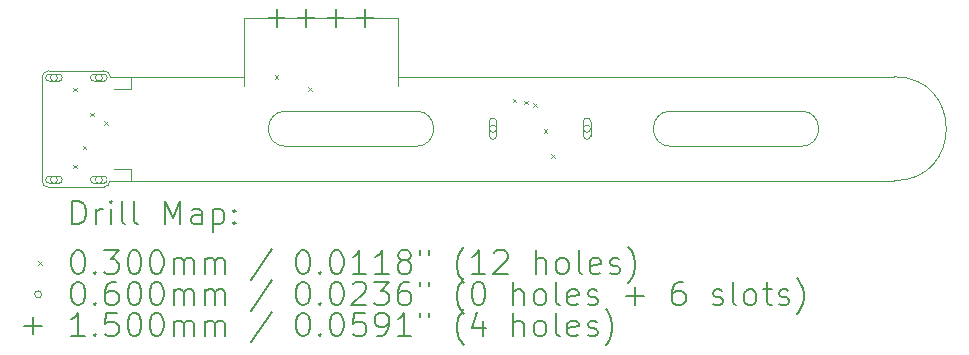
<source format=gbr>
%TF.GenerationSoftware,KiCad,Pcbnew,9.0.1*%
%TF.CreationDate,2025-10-31T22:00:17-04:00*%
%TF.ProjectId,flex_usb_board,666c6578-5f75-4736-925f-626f6172642e,rev?*%
%TF.SameCoordinates,Original*%
%TF.FileFunction,Drillmap*%
%TF.FilePolarity,Positive*%
%FSLAX45Y45*%
G04 Gerber Fmt 4.5, Leading zero omitted, Abs format (unit mm)*
G04 Created by KiCad (PCBNEW 9.0.1) date 2025-10-31 22:00:17*
%MOMM*%
%LPD*%
G01*
G04 APERTURE LIST*
%ADD10C,0.050000*%
%ADD11C,0.200000*%
%ADD12C,0.100000*%
%ADD13C,0.150000*%
G04 APERTURE END LIST*
D10*
X14175000Y-9680000D02*
X17175000Y-9680000D01*
X10715000Y-9680000D02*
X11670000Y-9680000D01*
X15285000Y-9970000D02*
X16385000Y-9970000D01*
X12970000Y-9680000D02*
X14175000Y-9680000D01*
X17175000Y-10560000D02*
X14175000Y-10560000D01*
X10555000Y-9680000D02*
X10715000Y-9680000D01*
X16385000Y-9970000D02*
G75*
G02*
X16385000Y-10270000I0J-150000D01*
G01*
X10060000Y-10615000D02*
X10480000Y-10615000D01*
X10013891Y-10616109D02*
G75*
G02*
X9958891Y-10561109I-1J54999D01*
G01*
X9960000Y-9685000D02*
G75*
G02*
X10015000Y-9630000I55000J0D01*
G01*
X10715000Y-10460000D02*
X10565000Y-10460000D01*
X13125000Y-9970000D02*
X12025000Y-9970000D01*
X10535000Y-10560000D02*
G75*
G02*
X10480000Y-10615000I-55000J0D01*
G01*
X9958891Y-10561109D02*
X9960000Y-9685000D01*
X12025000Y-10270000D02*
G75*
G02*
X12025000Y-9970000I0J150000D01*
G01*
X11820000Y-9180000D02*
X11670000Y-9180000D01*
X12970000Y-9680000D02*
X12970000Y-9760000D01*
X10715000Y-9780000D02*
X10565000Y-9780000D01*
X13125000Y-10270000D02*
X12025000Y-10270000D01*
X15285000Y-10270000D02*
X16385000Y-10270000D01*
X12970000Y-9180000D02*
X12970000Y-9680000D01*
X17175000Y-9680000D02*
G75*
G02*
X17175000Y-10560000I0J-440000D01*
G01*
X14175000Y-10560000D02*
X10535000Y-10560000D01*
X10715000Y-10560000D02*
X10715000Y-10460000D01*
X12970000Y-9180000D02*
X12820000Y-9180000D01*
X11670000Y-9180000D02*
X11670000Y-9680000D01*
X15285000Y-10270000D02*
G75*
G02*
X15285000Y-9970000I0J150000D01*
G01*
X13125000Y-9970000D02*
G75*
G02*
X13125000Y-10270000I0J-150000D01*
G01*
X11670000Y-9680000D02*
X11670000Y-9760000D01*
X10481109Y-9629773D02*
G75*
G02*
X10536110Y-9680000I1J-55227D01*
G01*
X10555000Y-9680000D02*
X10535000Y-9680000D01*
X10015000Y-9630000D02*
X10481110Y-9629773D01*
X10715000Y-9680000D02*
X10715000Y-9780000D01*
X10013891Y-10616109D02*
X10060000Y-10615000D01*
X11820000Y-9180000D02*
X12820000Y-9180000D01*
D11*
D12*
X10225000Y-9775000D02*
X10255000Y-9805000D01*
X10255000Y-9775000D02*
X10225000Y-9805000D01*
X10225000Y-10425000D02*
X10255000Y-10455000D01*
X10255000Y-10425000D02*
X10225000Y-10455000D01*
X10305000Y-10265000D02*
X10335000Y-10295000D01*
X10335000Y-10265000D02*
X10305000Y-10295000D01*
X10365000Y-9985000D02*
X10395000Y-10015000D01*
X10395000Y-9985000D02*
X10365000Y-10015000D01*
X10485000Y-10055000D02*
X10515000Y-10085000D01*
X10515000Y-10055000D02*
X10485000Y-10085000D01*
X11930000Y-9665000D02*
X11960000Y-9695000D01*
X11960000Y-9665000D02*
X11930000Y-9695000D01*
X12215000Y-9770000D02*
X12245000Y-9800000D01*
X12245000Y-9770000D02*
X12215000Y-9800000D01*
X13945000Y-9865000D02*
X13975000Y-9895000D01*
X13975000Y-9865000D02*
X13945000Y-9895000D01*
X14040000Y-9885000D02*
X14070000Y-9915000D01*
X14070000Y-9885000D02*
X14040000Y-9915000D01*
X14120000Y-9905000D02*
X14150000Y-9935000D01*
X14150000Y-9905000D02*
X14120000Y-9935000D01*
X14205000Y-10125000D02*
X14235000Y-10155000D01*
X14235000Y-10125000D02*
X14205000Y-10155000D01*
X14269976Y-10336275D02*
X14299976Y-10366275D01*
X14299976Y-10336275D02*
X14269976Y-10366275D01*
X10090000Y-9688000D02*
G75*
G02*
X10030000Y-9688000I-30000J0D01*
G01*
X10030000Y-9688000D02*
G75*
G02*
X10090000Y-9688000I30000J0D01*
G01*
X10020000Y-9718000D02*
X10100000Y-9718000D01*
X10100000Y-9658000D02*
G75*
G02*
X10100000Y-9718000I0J-30000D01*
G01*
X10100000Y-9658000D02*
X10020000Y-9658000D01*
X10020000Y-9658000D02*
G75*
G03*
X10020000Y-9718000I0J-30000D01*
G01*
X10090000Y-10552000D02*
G75*
G02*
X10030000Y-10552000I-30000J0D01*
G01*
X10030000Y-10552000D02*
G75*
G02*
X10090000Y-10552000I30000J0D01*
G01*
X10020000Y-10582000D02*
X10100000Y-10582000D01*
X10100000Y-10522000D02*
G75*
G02*
X10100000Y-10582000I0J-30000D01*
G01*
X10100000Y-10522000D02*
X10020000Y-10522000D01*
X10020000Y-10522000D02*
G75*
G03*
X10020000Y-10582000I0J-30000D01*
G01*
X10470000Y-9688000D02*
G75*
G02*
X10410000Y-9688000I-30000J0D01*
G01*
X10410000Y-9688000D02*
G75*
G02*
X10470000Y-9688000I30000J0D01*
G01*
X10400000Y-9718000D02*
X10480000Y-9718000D01*
X10480000Y-9658000D02*
G75*
G02*
X10480000Y-9718000I0J-30000D01*
G01*
X10480000Y-9658000D02*
X10400000Y-9658000D01*
X10400000Y-9658000D02*
G75*
G03*
X10400000Y-9718000I0J-30000D01*
G01*
X10470000Y-10552000D02*
G75*
G02*
X10410000Y-10552000I-30000J0D01*
G01*
X10410000Y-10552000D02*
G75*
G02*
X10470000Y-10552000I30000J0D01*
G01*
X10400000Y-10582000D02*
X10480000Y-10582000D01*
X10480000Y-10522000D02*
G75*
G02*
X10480000Y-10582000I0J-30000D01*
G01*
X10480000Y-10522000D02*
X10400000Y-10522000D01*
X10400000Y-10522000D02*
G75*
G03*
X10400000Y-10582000I0J-30000D01*
G01*
X13807000Y-10120000D02*
G75*
G02*
X13747000Y-10120000I-30000J0D01*
G01*
X13747000Y-10120000D02*
G75*
G02*
X13807000Y-10120000I30000J0D01*
G01*
X13747000Y-10060000D02*
X13747000Y-10180000D01*
X13807000Y-10180000D02*
G75*
G02*
X13747000Y-10180000I-30000J0D01*
G01*
X13807000Y-10180000D02*
X13807000Y-10060000D01*
X13807000Y-10060000D02*
G75*
G03*
X13747000Y-10060000I-30000J0D01*
G01*
X14603000Y-10120000D02*
G75*
G02*
X14543000Y-10120000I-30000J0D01*
G01*
X14543000Y-10120000D02*
G75*
G02*
X14603000Y-10120000I30000J0D01*
G01*
X14543000Y-10060000D02*
X14543000Y-10180000D01*
X14603000Y-10180000D02*
G75*
G02*
X14543000Y-10180000I-30000J0D01*
G01*
X14603000Y-10180000D02*
X14603000Y-10060000D01*
X14603000Y-10060000D02*
G75*
G03*
X14543000Y-10060000I-30000J0D01*
G01*
D13*
X11945000Y-9105000D02*
X11945000Y-9255000D01*
X11870000Y-9180000D02*
X12020000Y-9180000D01*
X12195000Y-9105000D02*
X12195000Y-9255000D01*
X12120000Y-9180000D02*
X12270000Y-9180000D01*
X12445000Y-9105000D02*
X12445000Y-9255000D01*
X12370000Y-9180000D02*
X12520000Y-9180000D01*
X12695000Y-9105000D02*
X12695000Y-9255000D01*
X12620000Y-9180000D02*
X12770000Y-9180000D01*
D11*
X10217168Y-10930093D02*
X10217168Y-10730093D01*
X10217168Y-10730093D02*
X10264787Y-10730093D01*
X10264787Y-10730093D02*
X10293358Y-10739617D01*
X10293358Y-10739617D02*
X10312406Y-10758664D01*
X10312406Y-10758664D02*
X10321930Y-10777712D01*
X10321930Y-10777712D02*
X10331453Y-10815807D01*
X10331453Y-10815807D02*
X10331453Y-10844379D01*
X10331453Y-10844379D02*
X10321930Y-10882474D01*
X10321930Y-10882474D02*
X10312406Y-10901521D01*
X10312406Y-10901521D02*
X10293358Y-10920569D01*
X10293358Y-10920569D02*
X10264787Y-10930093D01*
X10264787Y-10930093D02*
X10217168Y-10930093D01*
X10417168Y-10930093D02*
X10417168Y-10796760D01*
X10417168Y-10834855D02*
X10426692Y-10815807D01*
X10426692Y-10815807D02*
X10436215Y-10806283D01*
X10436215Y-10806283D02*
X10455263Y-10796760D01*
X10455263Y-10796760D02*
X10474311Y-10796760D01*
X10540977Y-10930093D02*
X10540977Y-10796760D01*
X10540977Y-10730093D02*
X10531453Y-10739617D01*
X10531453Y-10739617D02*
X10540977Y-10749141D01*
X10540977Y-10749141D02*
X10550501Y-10739617D01*
X10550501Y-10739617D02*
X10540977Y-10730093D01*
X10540977Y-10730093D02*
X10540977Y-10749141D01*
X10664787Y-10930093D02*
X10645739Y-10920569D01*
X10645739Y-10920569D02*
X10636215Y-10901521D01*
X10636215Y-10901521D02*
X10636215Y-10730093D01*
X10769549Y-10930093D02*
X10750501Y-10920569D01*
X10750501Y-10920569D02*
X10740977Y-10901521D01*
X10740977Y-10901521D02*
X10740977Y-10730093D01*
X10998120Y-10930093D02*
X10998120Y-10730093D01*
X10998120Y-10730093D02*
X11064787Y-10872950D01*
X11064787Y-10872950D02*
X11131453Y-10730093D01*
X11131453Y-10730093D02*
X11131453Y-10930093D01*
X11312406Y-10930093D02*
X11312406Y-10825331D01*
X11312406Y-10825331D02*
X11302882Y-10806283D01*
X11302882Y-10806283D02*
X11283834Y-10796760D01*
X11283834Y-10796760D02*
X11245739Y-10796760D01*
X11245739Y-10796760D02*
X11226691Y-10806283D01*
X11312406Y-10920569D02*
X11293358Y-10930093D01*
X11293358Y-10930093D02*
X11245739Y-10930093D01*
X11245739Y-10930093D02*
X11226691Y-10920569D01*
X11226691Y-10920569D02*
X11217168Y-10901521D01*
X11217168Y-10901521D02*
X11217168Y-10882474D01*
X11217168Y-10882474D02*
X11226691Y-10863426D01*
X11226691Y-10863426D02*
X11245739Y-10853902D01*
X11245739Y-10853902D02*
X11293358Y-10853902D01*
X11293358Y-10853902D02*
X11312406Y-10844379D01*
X11407644Y-10796760D02*
X11407644Y-10996760D01*
X11407644Y-10806283D02*
X11426691Y-10796760D01*
X11426691Y-10796760D02*
X11464787Y-10796760D01*
X11464787Y-10796760D02*
X11483834Y-10806283D01*
X11483834Y-10806283D02*
X11493358Y-10815807D01*
X11493358Y-10815807D02*
X11502882Y-10834855D01*
X11502882Y-10834855D02*
X11502882Y-10891998D01*
X11502882Y-10891998D02*
X11493358Y-10911045D01*
X11493358Y-10911045D02*
X11483834Y-10920569D01*
X11483834Y-10920569D02*
X11464787Y-10930093D01*
X11464787Y-10930093D02*
X11426691Y-10930093D01*
X11426691Y-10930093D02*
X11407644Y-10920569D01*
X11588596Y-10911045D02*
X11598120Y-10920569D01*
X11598120Y-10920569D02*
X11588596Y-10930093D01*
X11588596Y-10930093D02*
X11579072Y-10920569D01*
X11579072Y-10920569D02*
X11588596Y-10911045D01*
X11588596Y-10911045D02*
X11588596Y-10930093D01*
X11588596Y-10806283D02*
X11598120Y-10815807D01*
X11598120Y-10815807D02*
X11588596Y-10825331D01*
X11588596Y-10825331D02*
X11579072Y-10815807D01*
X11579072Y-10815807D02*
X11588596Y-10806283D01*
X11588596Y-10806283D02*
X11588596Y-10825331D01*
D12*
X9926391Y-11243609D02*
X9956391Y-11273609D01*
X9956391Y-11243609D02*
X9926391Y-11273609D01*
D11*
X10255263Y-11150093D02*
X10274311Y-11150093D01*
X10274311Y-11150093D02*
X10293358Y-11159617D01*
X10293358Y-11159617D02*
X10302882Y-11169141D01*
X10302882Y-11169141D02*
X10312406Y-11188188D01*
X10312406Y-11188188D02*
X10321930Y-11226283D01*
X10321930Y-11226283D02*
X10321930Y-11273902D01*
X10321930Y-11273902D02*
X10312406Y-11311998D01*
X10312406Y-11311998D02*
X10302882Y-11331045D01*
X10302882Y-11331045D02*
X10293358Y-11340569D01*
X10293358Y-11340569D02*
X10274311Y-11350093D01*
X10274311Y-11350093D02*
X10255263Y-11350093D01*
X10255263Y-11350093D02*
X10236215Y-11340569D01*
X10236215Y-11340569D02*
X10226692Y-11331045D01*
X10226692Y-11331045D02*
X10217168Y-11311998D01*
X10217168Y-11311998D02*
X10207644Y-11273902D01*
X10207644Y-11273902D02*
X10207644Y-11226283D01*
X10207644Y-11226283D02*
X10217168Y-11188188D01*
X10217168Y-11188188D02*
X10226692Y-11169141D01*
X10226692Y-11169141D02*
X10236215Y-11159617D01*
X10236215Y-11159617D02*
X10255263Y-11150093D01*
X10407644Y-11331045D02*
X10417168Y-11340569D01*
X10417168Y-11340569D02*
X10407644Y-11350093D01*
X10407644Y-11350093D02*
X10398120Y-11340569D01*
X10398120Y-11340569D02*
X10407644Y-11331045D01*
X10407644Y-11331045D02*
X10407644Y-11350093D01*
X10483834Y-11150093D02*
X10607644Y-11150093D01*
X10607644Y-11150093D02*
X10540977Y-11226283D01*
X10540977Y-11226283D02*
X10569549Y-11226283D01*
X10569549Y-11226283D02*
X10588596Y-11235807D01*
X10588596Y-11235807D02*
X10598120Y-11245331D01*
X10598120Y-11245331D02*
X10607644Y-11264379D01*
X10607644Y-11264379D02*
X10607644Y-11311998D01*
X10607644Y-11311998D02*
X10598120Y-11331045D01*
X10598120Y-11331045D02*
X10588596Y-11340569D01*
X10588596Y-11340569D02*
X10569549Y-11350093D01*
X10569549Y-11350093D02*
X10512406Y-11350093D01*
X10512406Y-11350093D02*
X10493358Y-11340569D01*
X10493358Y-11340569D02*
X10483834Y-11331045D01*
X10731453Y-11150093D02*
X10750501Y-11150093D01*
X10750501Y-11150093D02*
X10769549Y-11159617D01*
X10769549Y-11159617D02*
X10779073Y-11169141D01*
X10779073Y-11169141D02*
X10788596Y-11188188D01*
X10788596Y-11188188D02*
X10798120Y-11226283D01*
X10798120Y-11226283D02*
X10798120Y-11273902D01*
X10798120Y-11273902D02*
X10788596Y-11311998D01*
X10788596Y-11311998D02*
X10779073Y-11331045D01*
X10779073Y-11331045D02*
X10769549Y-11340569D01*
X10769549Y-11340569D02*
X10750501Y-11350093D01*
X10750501Y-11350093D02*
X10731453Y-11350093D01*
X10731453Y-11350093D02*
X10712406Y-11340569D01*
X10712406Y-11340569D02*
X10702882Y-11331045D01*
X10702882Y-11331045D02*
X10693358Y-11311998D01*
X10693358Y-11311998D02*
X10683834Y-11273902D01*
X10683834Y-11273902D02*
X10683834Y-11226283D01*
X10683834Y-11226283D02*
X10693358Y-11188188D01*
X10693358Y-11188188D02*
X10702882Y-11169141D01*
X10702882Y-11169141D02*
X10712406Y-11159617D01*
X10712406Y-11159617D02*
X10731453Y-11150093D01*
X10921930Y-11150093D02*
X10940977Y-11150093D01*
X10940977Y-11150093D02*
X10960025Y-11159617D01*
X10960025Y-11159617D02*
X10969549Y-11169141D01*
X10969549Y-11169141D02*
X10979073Y-11188188D01*
X10979073Y-11188188D02*
X10988596Y-11226283D01*
X10988596Y-11226283D02*
X10988596Y-11273902D01*
X10988596Y-11273902D02*
X10979073Y-11311998D01*
X10979073Y-11311998D02*
X10969549Y-11331045D01*
X10969549Y-11331045D02*
X10960025Y-11340569D01*
X10960025Y-11340569D02*
X10940977Y-11350093D01*
X10940977Y-11350093D02*
X10921930Y-11350093D01*
X10921930Y-11350093D02*
X10902882Y-11340569D01*
X10902882Y-11340569D02*
X10893358Y-11331045D01*
X10893358Y-11331045D02*
X10883834Y-11311998D01*
X10883834Y-11311998D02*
X10874311Y-11273902D01*
X10874311Y-11273902D02*
X10874311Y-11226283D01*
X10874311Y-11226283D02*
X10883834Y-11188188D01*
X10883834Y-11188188D02*
X10893358Y-11169141D01*
X10893358Y-11169141D02*
X10902882Y-11159617D01*
X10902882Y-11159617D02*
X10921930Y-11150093D01*
X11074311Y-11350093D02*
X11074311Y-11216759D01*
X11074311Y-11235807D02*
X11083834Y-11226283D01*
X11083834Y-11226283D02*
X11102882Y-11216759D01*
X11102882Y-11216759D02*
X11131454Y-11216759D01*
X11131454Y-11216759D02*
X11150501Y-11226283D01*
X11150501Y-11226283D02*
X11160025Y-11245331D01*
X11160025Y-11245331D02*
X11160025Y-11350093D01*
X11160025Y-11245331D02*
X11169549Y-11226283D01*
X11169549Y-11226283D02*
X11188596Y-11216759D01*
X11188596Y-11216759D02*
X11217168Y-11216759D01*
X11217168Y-11216759D02*
X11236215Y-11226283D01*
X11236215Y-11226283D02*
X11245739Y-11245331D01*
X11245739Y-11245331D02*
X11245739Y-11350093D01*
X11340977Y-11350093D02*
X11340977Y-11216759D01*
X11340977Y-11235807D02*
X11350501Y-11226283D01*
X11350501Y-11226283D02*
X11369549Y-11216759D01*
X11369549Y-11216759D02*
X11398120Y-11216759D01*
X11398120Y-11216759D02*
X11417168Y-11226283D01*
X11417168Y-11226283D02*
X11426692Y-11245331D01*
X11426692Y-11245331D02*
X11426692Y-11350093D01*
X11426692Y-11245331D02*
X11436215Y-11226283D01*
X11436215Y-11226283D02*
X11455263Y-11216759D01*
X11455263Y-11216759D02*
X11483834Y-11216759D01*
X11483834Y-11216759D02*
X11502882Y-11226283D01*
X11502882Y-11226283D02*
X11512406Y-11245331D01*
X11512406Y-11245331D02*
X11512406Y-11350093D01*
X11902882Y-11140569D02*
X11731454Y-11397712D01*
X12160025Y-11150093D02*
X12179073Y-11150093D01*
X12179073Y-11150093D02*
X12198120Y-11159617D01*
X12198120Y-11159617D02*
X12207644Y-11169141D01*
X12207644Y-11169141D02*
X12217168Y-11188188D01*
X12217168Y-11188188D02*
X12226692Y-11226283D01*
X12226692Y-11226283D02*
X12226692Y-11273902D01*
X12226692Y-11273902D02*
X12217168Y-11311998D01*
X12217168Y-11311998D02*
X12207644Y-11331045D01*
X12207644Y-11331045D02*
X12198120Y-11340569D01*
X12198120Y-11340569D02*
X12179073Y-11350093D01*
X12179073Y-11350093D02*
X12160025Y-11350093D01*
X12160025Y-11350093D02*
X12140977Y-11340569D01*
X12140977Y-11340569D02*
X12131454Y-11331045D01*
X12131454Y-11331045D02*
X12121930Y-11311998D01*
X12121930Y-11311998D02*
X12112406Y-11273902D01*
X12112406Y-11273902D02*
X12112406Y-11226283D01*
X12112406Y-11226283D02*
X12121930Y-11188188D01*
X12121930Y-11188188D02*
X12131454Y-11169141D01*
X12131454Y-11169141D02*
X12140977Y-11159617D01*
X12140977Y-11159617D02*
X12160025Y-11150093D01*
X12312406Y-11331045D02*
X12321930Y-11340569D01*
X12321930Y-11340569D02*
X12312406Y-11350093D01*
X12312406Y-11350093D02*
X12302882Y-11340569D01*
X12302882Y-11340569D02*
X12312406Y-11331045D01*
X12312406Y-11331045D02*
X12312406Y-11350093D01*
X12445739Y-11150093D02*
X12464787Y-11150093D01*
X12464787Y-11150093D02*
X12483835Y-11159617D01*
X12483835Y-11159617D02*
X12493358Y-11169141D01*
X12493358Y-11169141D02*
X12502882Y-11188188D01*
X12502882Y-11188188D02*
X12512406Y-11226283D01*
X12512406Y-11226283D02*
X12512406Y-11273902D01*
X12512406Y-11273902D02*
X12502882Y-11311998D01*
X12502882Y-11311998D02*
X12493358Y-11331045D01*
X12493358Y-11331045D02*
X12483835Y-11340569D01*
X12483835Y-11340569D02*
X12464787Y-11350093D01*
X12464787Y-11350093D02*
X12445739Y-11350093D01*
X12445739Y-11350093D02*
X12426692Y-11340569D01*
X12426692Y-11340569D02*
X12417168Y-11331045D01*
X12417168Y-11331045D02*
X12407644Y-11311998D01*
X12407644Y-11311998D02*
X12398120Y-11273902D01*
X12398120Y-11273902D02*
X12398120Y-11226283D01*
X12398120Y-11226283D02*
X12407644Y-11188188D01*
X12407644Y-11188188D02*
X12417168Y-11169141D01*
X12417168Y-11169141D02*
X12426692Y-11159617D01*
X12426692Y-11159617D02*
X12445739Y-11150093D01*
X12702882Y-11350093D02*
X12588596Y-11350093D01*
X12645739Y-11350093D02*
X12645739Y-11150093D01*
X12645739Y-11150093D02*
X12626692Y-11178664D01*
X12626692Y-11178664D02*
X12607644Y-11197712D01*
X12607644Y-11197712D02*
X12588596Y-11207236D01*
X12893358Y-11350093D02*
X12779073Y-11350093D01*
X12836215Y-11350093D02*
X12836215Y-11150093D01*
X12836215Y-11150093D02*
X12817168Y-11178664D01*
X12817168Y-11178664D02*
X12798120Y-11197712D01*
X12798120Y-11197712D02*
X12779073Y-11207236D01*
X13007644Y-11235807D02*
X12988596Y-11226283D01*
X12988596Y-11226283D02*
X12979073Y-11216759D01*
X12979073Y-11216759D02*
X12969549Y-11197712D01*
X12969549Y-11197712D02*
X12969549Y-11188188D01*
X12969549Y-11188188D02*
X12979073Y-11169141D01*
X12979073Y-11169141D02*
X12988596Y-11159617D01*
X12988596Y-11159617D02*
X13007644Y-11150093D01*
X13007644Y-11150093D02*
X13045739Y-11150093D01*
X13045739Y-11150093D02*
X13064787Y-11159617D01*
X13064787Y-11159617D02*
X13074311Y-11169141D01*
X13074311Y-11169141D02*
X13083835Y-11188188D01*
X13083835Y-11188188D02*
X13083835Y-11197712D01*
X13083835Y-11197712D02*
X13074311Y-11216759D01*
X13074311Y-11216759D02*
X13064787Y-11226283D01*
X13064787Y-11226283D02*
X13045739Y-11235807D01*
X13045739Y-11235807D02*
X13007644Y-11235807D01*
X13007644Y-11235807D02*
X12988596Y-11245331D01*
X12988596Y-11245331D02*
X12979073Y-11254855D01*
X12979073Y-11254855D02*
X12969549Y-11273902D01*
X12969549Y-11273902D02*
X12969549Y-11311998D01*
X12969549Y-11311998D02*
X12979073Y-11331045D01*
X12979073Y-11331045D02*
X12988596Y-11340569D01*
X12988596Y-11340569D02*
X13007644Y-11350093D01*
X13007644Y-11350093D02*
X13045739Y-11350093D01*
X13045739Y-11350093D02*
X13064787Y-11340569D01*
X13064787Y-11340569D02*
X13074311Y-11331045D01*
X13074311Y-11331045D02*
X13083835Y-11311998D01*
X13083835Y-11311998D02*
X13083835Y-11273902D01*
X13083835Y-11273902D02*
X13074311Y-11254855D01*
X13074311Y-11254855D02*
X13064787Y-11245331D01*
X13064787Y-11245331D02*
X13045739Y-11235807D01*
X13160025Y-11150093D02*
X13160025Y-11188188D01*
X13236216Y-11150093D02*
X13236216Y-11188188D01*
X13531454Y-11426283D02*
X13521930Y-11416759D01*
X13521930Y-11416759D02*
X13502882Y-11388188D01*
X13502882Y-11388188D02*
X13493358Y-11369140D01*
X13493358Y-11369140D02*
X13483835Y-11340569D01*
X13483835Y-11340569D02*
X13474311Y-11292950D01*
X13474311Y-11292950D02*
X13474311Y-11254855D01*
X13474311Y-11254855D02*
X13483835Y-11207236D01*
X13483835Y-11207236D02*
X13493358Y-11178664D01*
X13493358Y-11178664D02*
X13502882Y-11159617D01*
X13502882Y-11159617D02*
X13521930Y-11131045D01*
X13521930Y-11131045D02*
X13531454Y-11121521D01*
X13712406Y-11350093D02*
X13598120Y-11350093D01*
X13655263Y-11350093D02*
X13655263Y-11150093D01*
X13655263Y-11150093D02*
X13636216Y-11178664D01*
X13636216Y-11178664D02*
X13617168Y-11197712D01*
X13617168Y-11197712D02*
X13598120Y-11207236D01*
X13788597Y-11169141D02*
X13798120Y-11159617D01*
X13798120Y-11159617D02*
X13817168Y-11150093D01*
X13817168Y-11150093D02*
X13864787Y-11150093D01*
X13864787Y-11150093D02*
X13883835Y-11159617D01*
X13883835Y-11159617D02*
X13893358Y-11169141D01*
X13893358Y-11169141D02*
X13902882Y-11188188D01*
X13902882Y-11188188D02*
X13902882Y-11207236D01*
X13902882Y-11207236D02*
X13893358Y-11235807D01*
X13893358Y-11235807D02*
X13779073Y-11350093D01*
X13779073Y-11350093D02*
X13902882Y-11350093D01*
X14140978Y-11350093D02*
X14140978Y-11150093D01*
X14226692Y-11350093D02*
X14226692Y-11245331D01*
X14226692Y-11245331D02*
X14217168Y-11226283D01*
X14217168Y-11226283D02*
X14198120Y-11216759D01*
X14198120Y-11216759D02*
X14169549Y-11216759D01*
X14169549Y-11216759D02*
X14150501Y-11226283D01*
X14150501Y-11226283D02*
X14140978Y-11235807D01*
X14350501Y-11350093D02*
X14331454Y-11340569D01*
X14331454Y-11340569D02*
X14321930Y-11331045D01*
X14321930Y-11331045D02*
X14312406Y-11311998D01*
X14312406Y-11311998D02*
X14312406Y-11254855D01*
X14312406Y-11254855D02*
X14321930Y-11235807D01*
X14321930Y-11235807D02*
X14331454Y-11226283D01*
X14331454Y-11226283D02*
X14350501Y-11216759D01*
X14350501Y-11216759D02*
X14379073Y-11216759D01*
X14379073Y-11216759D02*
X14398120Y-11226283D01*
X14398120Y-11226283D02*
X14407644Y-11235807D01*
X14407644Y-11235807D02*
X14417168Y-11254855D01*
X14417168Y-11254855D02*
X14417168Y-11311998D01*
X14417168Y-11311998D02*
X14407644Y-11331045D01*
X14407644Y-11331045D02*
X14398120Y-11340569D01*
X14398120Y-11340569D02*
X14379073Y-11350093D01*
X14379073Y-11350093D02*
X14350501Y-11350093D01*
X14531454Y-11350093D02*
X14512406Y-11340569D01*
X14512406Y-11340569D02*
X14502882Y-11321521D01*
X14502882Y-11321521D02*
X14502882Y-11150093D01*
X14683835Y-11340569D02*
X14664787Y-11350093D01*
X14664787Y-11350093D02*
X14626692Y-11350093D01*
X14626692Y-11350093D02*
X14607644Y-11340569D01*
X14607644Y-11340569D02*
X14598120Y-11321521D01*
X14598120Y-11321521D02*
X14598120Y-11245331D01*
X14598120Y-11245331D02*
X14607644Y-11226283D01*
X14607644Y-11226283D02*
X14626692Y-11216759D01*
X14626692Y-11216759D02*
X14664787Y-11216759D01*
X14664787Y-11216759D02*
X14683835Y-11226283D01*
X14683835Y-11226283D02*
X14693359Y-11245331D01*
X14693359Y-11245331D02*
X14693359Y-11264379D01*
X14693359Y-11264379D02*
X14598120Y-11283426D01*
X14769549Y-11340569D02*
X14788597Y-11350093D01*
X14788597Y-11350093D02*
X14826692Y-11350093D01*
X14826692Y-11350093D02*
X14845740Y-11340569D01*
X14845740Y-11340569D02*
X14855263Y-11321521D01*
X14855263Y-11321521D02*
X14855263Y-11311998D01*
X14855263Y-11311998D02*
X14845740Y-11292950D01*
X14845740Y-11292950D02*
X14826692Y-11283426D01*
X14826692Y-11283426D02*
X14798120Y-11283426D01*
X14798120Y-11283426D02*
X14779073Y-11273902D01*
X14779073Y-11273902D02*
X14769549Y-11254855D01*
X14769549Y-11254855D02*
X14769549Y-11245331D01*
X14769549Y-11245331D02*
X14779073Y-11226283D01*
X14779073Y-11226283D02*
X14798120Y-11216759D01*
X14798120Y-11216759D02*
X14826692Y-11216759D01*
X14826692Y-11216759D02*
X14845740Y-11226283D01*
X14921930Y-11426283D02*
X14931454Y-11416759D01*
X14931454Y-11416759D02*
X14950501Y-11388188D01*
X14950501Y-11388188D02*
X14960025Y-11369140D01*
X14960025Y-11369140D02*
X14969549Y-11340569D01*
X14969549Y-11340569D02*
X14979073Y-11292950D01*
X14979073Y-11292950D02*
X14979073Y-11254855D01*
X14979073Y-11254855D02*
X14969549Y-11207236D01*
X14969549Y-11207236D02*
X14960025Y-11178664D01*
X14960025Y-11178664D02*
X14950501Y-11159617D01*
X14950501Y-11159617D02*
X14931454Y-11131045D01*
X14931454Y-11131045D02*
X14921930Y-11121521D01*
D12*
X9956391Y-11522609D02*
G75*
G02*
X9896391Y-11522609I-30000J0D01*
G01*
X9896391Y-11522609D02*
G75*
G02*
X9956391Y-11522609I30000J0D01*
G01*
D11*
X10255263Y-11414093D02*
X10274311Y-11414093D01*
X10274311Y-11414093D02*
X10293358Y-11423617D01*
X10293358Y-11423617D02*
X10302882Y-11433140D01*
X10302882Y-11433140D02*
X10312406Y-11452188D01*
X10312406Y-11452188D02*
X10321930Y-11490283D01*
X10321930Y-11490283D02*
X10321930Y-11537902D01*
X10321930Y-11537902D02*
X10312406Y-11575998D01*
X10312406Y-11575998D02*
X10302882Y-11595045D01*
X10302882Y-11595045D02*
X10293358Y-11604569D01*
X10293358Y-11604569D02*
X10274311Y-11614093D01*
X10274311Y-11614093D02*
X10255263Y-11614093D01*
X10255263Y-11614093D02*
X10236215Y-11604569D01*
X10236215Y-11604569D02*
X10226692Y-11595045D01*
X10226692Y-11595045D02*
X10217168Y-11575998D01*
X10217168Y-11575998D02*
X10207644Y-11537902D01*
X10207644Y-11537902D02*
X10207644Y-11490283D01*
X10207644Y-11490283D02*
X10217168Y-11452188D01*
X10217168Y-11452188D02*
X10226692Y-11433140D01*
X10226692Y-11433140D02*
X10236215Y-11423617D01*
X10236215Y-11423617D02*
X10255263Y-11414093D01*
X10407644Y-11595045D02*
X10417168Y-11604569D01*
X10417168Y-11604569D02*
X10407644Y-11614093D01*
X10407644Y-11614093D02*
X10398120Y-11604569D01*
X10398120Y-11604569D02*
X10407644Y-11595045D01*
X10407644Y-11595045D02*
X10407644Y-11614093D01*
X10588596Y-11414093D02*
X10550501Y-11414093D01*
X10550501Y-11414093D02*
X10531453Y-11423617D01*
X10531453Y-11423617D02*
X10521930Y-11433140D01*
X10521930Y-11433140D02*
X10502882Y-11461712D01*
X10502882Y-11461712D02*
X10493358Y-11499807D01*
X10493358Y-11499807D02*
X10493358Y-11575998D01*
X10493358Y-11575998D02*
X10502882Y-11595045D01*
X10502882Y-11595045D02*
X10512406Y-11604569D01*
X10512406Y-11604569D02*
X10531453Y-11614093D01*
X10531453Y-11614093D02*
X10569549Y-11614093D01*
X10569549Y-11614093D02*
X10588596Y-11604569D01*
X10588596Y-11604569D02*
X10598120Y-11595045D01*
X10598120Y-11595045D02*
X10607644Y-11575998D01*
X10607644Y-11575998D02*
X10607644Y-11528379D01*
X10607644Y-11528379D02*
X10598120Y-11509331D01*
X10598120Y-11509331D02*
X10588596Y-11499807D01*
X10588596Y-11499807D02*
X10569549Y-11490283D01*
X10569549Y-11490283D02*
X10531453Y-11490283D01*
X10531453Y-11490283D02*
X10512406Y-11499807D01*
X10512406Y-11499807D02*
X10502882Y-11509331D01*
X10502882Y-11509331D02*
X10493358Y-11528379D01*
X10731453Y-11414093D02*
X10750501Y-11414093D01*
X10750501Y-11414093D02*
X10769549Y-11423617D01*
X10769549Y-11423617D02*
X10779073Y-11433140D01*
X10779073Y-11433140D02*
X10788596Y-11452188D01*
X10788596Y-11452188D02*
X10798120Y-11490283D01*
X10798120Y-11490283D02*
X10798120Y-11537902D01*
X10798120Y-11537902D02*
X10788596Y-11575998D01*
X10788596Y-11575998D02*
X10779073Y-11595045D01*
X10779073Y-11595045D02*
X10769549Y-11604569D01*
X10769549Y-11604569D02*
X10750501Y-11614093D01*
X10750501Y-11614093D02*
X10731453Y-11614093D01*
X10731453Y-11614093D02*
X10712406Y-11604569D01*
X10712406Y-11604569D02*
X10702882Y-11595045D01*
X10702882Y-11595045D02*
X10693358Y-11575998D01*
X10693358Y-11575998D02*
X10683834Y-11537902D01*
X10683834Y-11537902D02*
X10683834Y-11490283D01*
X10683834Y-11490283D02*
X10693358Y-11452188D01*
X10693358Y-11452188D02*
X10702882Y-11433140D01*
X10702882Y-11433140D02*
X10712406Y-11423617D01*
X10712406Y-11423617D02*
X10731453Y-11414093D01*
X10921930Y-11414093D02*
X10940977Y-11414093D01*
X10940977Y-11414093D02*
X10960025Y-11423617D01*
X10960025Y-11423617D02*
X10969549Y-11433140D01*
X10969549Y-11433140D02*
X10979073Y-11452188D01*
X10979073Y-11452188D02*
X10988596Y-11490283D01*
X10988596Y-11490283D02*
X10988596Y-11537902D01*
X10988596Y-11537902D02*
X10979073Y-11575998D01*
X10979073Y-11575998D02*
X10969549Y-11595045D01*
X10969549Y-11595045D02*
X10960025Y-11604569D01*
X10960025Y-11604569D02*
X10940977Y-11614093D01*
X10940977Y-11614093D02*
X10921930Y-11614093D01*
X10921930Y-11614093D02*
X10902882Y-11604569D01*
X10902882Y-11604569D02*
X10893358Y-11595045D01*
X10893358Y-11595045D02*
X10883834Y-11575998D01*
X10883834Y-11575998D02*
X10874311Y-11537902D01*
X10874311Y-11537902D02*
X10874311Y-11490283D01*
X10874311Y-11490283D02*
X10883834Y-11452188D01*
X10883834Y-11452188D02*
X10893358Y-11433140D01*
X10893358Y-11433140D02*
X10902882Y-11423617D01*
X10902882Y-11423617D02*
X10921930Y-11414093D01*
X11074311Y-11614093D02*
X11074311Y-11480759D01*
X11074311Y-11499807D02*
X11083834Y-11490283D01*
X11083834Y-11490283D02*
X11102882Y-11480759D01*
X11102882Y-11480759D02*
X11131454Y-11480759D01*
X11131454Y-11480759D02*
X11150501Y-11490283D01*
X11150501Y-11490283D02*
X11160025Y-11509331D01*
X11160025Y-11509331D02*
X11160025Y-11614093D01*
X11160025Y-11509331D02*
X11169549Y-11490283D01*
X11169549Y-11490283D02*
X11188596Y-11480759D01*
X11188596Y-11480759D02*
X11217168Y-11480759D01*
X11217168Y-11480759D02*
X11236215Y-11490283D01*
X11236215Y-11490283D02*
X11245739Y-11509331D01*
X11245739Y-11509331D02*
X11245739Y-11614093D01*
X11340977Y-11614093D02*
X11340977Y-11480759D01*
X11340977Y-11499807D02*
X11350501Y-11490283D01*
X11350501Y-11490283D02*
X11369549Y-11480759D01*
X11369549Y-11480759D02*
X11398120Y-11480759D01*
X11398120Y-11480759D02*
X11417168Y-11490283D01*
X11417168Y-11490283D02*
X11426692Y-11509331D01*
X11426692Y-11509331D02*
X11426692Y-11614093D01*
X11426692Y-11509331D02*
X11436215Y-11490283D01*
X11436215Y-11490283D02*
X11455263Y-11480759D01*
X11455263Y-11480759D02*
X11483834Y-11480759D01*
X11483834Y-11480759D02*
X11502882Y-11490283D01*
X11502882Y-11490283D02*
X11512406Y-11509331D01*
X11512406Y-11509331D02*
X11512406Y-11614093D01*
X11902882Y-11404569D02*
X11731454Y-11661712D01*
X12160025Y-11414093D02*
X12179073Y-11414093D01*
X12179073Y-11414093D02*
X12198120Y-11423617D01*
X12198120Y-11423617D02*
X12207644Y-11433140D01*
X12207644Y-11433140D02*
X12217168Y-11452188D01*
X12217168Y-11452188D02*
X12226692Y-11490283D01*
X12226692Y-11490283D02*
X12226692Y-11537902D01*
X12226692Y-11537902D02*
X12217168Y-11575998D01*
X12217168Y-11575998D02*
X12207644Y-11595045D01*
X12207644Y-11595045D02*
X12198120Y-11604569D01*
X12198120Y-11604569D02*
X12179073Y-11614093D01*
X12179073Y-11614093D02*
X12160025Y-11614093D01*
X12160025Y-11614093D02*
X12140977Y-11604569D01*
X12140977Y-11604569D02*
X12131454Y-11595045D01*
X12131454Y-11595045D02*
X12121930Y-11575998D01*
X12121930Y-11575998D02*
X12112406Y-11537902D01*
X12112406Y-11537902D02*
X12112406Y-11490283D01*
X12112406Y-11490283D02*
X12121930Y-11452188D01*
X12121930Y-11452188D02*
X12131454Y-11433140D01*
X12131454Y-11433140D02*
X12140977Y-11423617D01*
X12140977Y-11423617D02*
X12160025Y-11414093D01*
X12312406Y-11595045D02*
X12321930Y-11604569D01*
X12321930Y-11604569D02*
X12312406Y-11614093D01*
X12312406Y-11614093D02*
X12302882Y-11604569D01*
X12302882Y-11604569D02*
X12312406Y-11595045D01*
X12312406Y-11595045D02*
X12312406Y-11614093D01*
X12445739Y-11414093D02*
X12464787Y-11414093D01*
X12464787Y-11414093D02*
X12483835Y-11423617D01*
X12483835Y-11423617D02*
X12493358Y-11433140D01*
X12493358Y-11433140D02*
X12502882Y-11452188D01*
X12502882Y-11452188D02*
X12512406Y-11490283D01*
X12512406Y-11490283D02*
X12512406Y-11537902D01*
X12512406Y-11537902D02*
X12502882Y-11575998D01*
X12502882Y-11575998D02*
X12493358Y-11595045D01*
X12493358Y-11595045D02*
X12483835Y-11604569D01*
X12483835Y-11604569D02*
X12464787Y-11614093D01*
X12464787Y-11614093D02*
X12445739Y-11614093D01*
X12445739Y-11614093D02*
X12426692Y-11604569D01*
X12426692Y-11604569D02*
X12417168Y-11595045D01*
X12417168Y-11595045D02*
X12407644Y-11575998D01*
X12407644Y-11575998D02*
X12398120Y-11537902D01*
X12398120Y-11537902D02*
X12398120Y-11490283D01*
X12398120Y-11490283D02*
X12407644Y-11452188D01*
X12407644Y-11452188D02*
X12417168Y-11433140D01*
X12417168Y-11433140D02*
X12426692Y-11423617D01*
X12426692Y-11423617D02*
X12445739Y-11414093D01*
X12588596Y-11433140D02*
X12598120Y-11423617D01*
X12598120Y-11423617D02*
X12617168Y-11414093D01*
X12617168Y-11414093D02*
X12664787Y-11414093D01*
X12664787Y-11414093D02*
X12683835Y-11423617D01*
X12683835Y-11423617D02*
X12693358Y-11433140D01*
X12693358Y-11433140D02*
X12702882Y-11452188D01*
X12702882Y-11452188D02*
X12702882Y-11471236D01*
X12702882Y-11471236D02*
X12693358Y-11499807D01*
X12693358Y-11499807D02*
X12579073Y-11614093D01*
X12579073Y-11614093D02*
X12702882Y-11614093D01*
X12769549Y-11414093D02*
X12893358Y-11414093D01*
X12893358Y-11414093D02*
X12826692Y-11490283D01*
X12826692Y-11490283D02*
X12855263Y-11490283D01*
X12855263Y-11490283D02*
X12874311Y-11499807D01*
X12874311Y-11499807D02*
X12883835Y-11509331D01*
X12883835Y-11509331D02*
X12893358Y-11528379D01*
X12893358Y-11528379D02*
X12893358Y-11575998D01*
X12893358Y-11575998D02*
X12883835Y-11595045D01*
X12883835Y-11595045D02*
X12874311Y-11604569D01*
X12874311Y-11604569D02*
X12855263Y-11614093D01*
X12855263Y-11614093D02*
X12798120Y-11614093D01*
X12798120Y-11614093D02*
X12779073Y-11604569D01*
X12779073Y-11604569D02*
X12769549Y-11595045D01*
X13064787Y-11414093D02*
X13026692Y-11414093D01*
X13026692Y-11414093D02*
X13007644Y-11423617D01*
X13007644Y-11423617D02*
X12998120Y-11433140D01*
X12998120Y-11433140D02*
X12979073Y-11461712D01*
X12979073Y-11461712D02*
X12969549Y-11499807D01*
X12969549Y-11499807D02*
X12969549Y-11575998D01*
X12969549Y-11575998D02*
X12979073Y-11595045D01*
X12979073Y-11595045D02*
X12988596Y-11604569D01*
X12988596Y-11604569D02*
X13007644Y-11614093D01*
X13007644Y-11614093D02*
X13045739Y-11614093D01*
X13045739Y-11614093D02*
X13064787Y-11604569D01*
X13064787Y-11604569D02*
X13074311Y-11595045D01*
X13074311Y-11595045D02*
X13083835Y-11575998D01*
X13083835Y-11575998D02*
X13083835Y-11528379D01*
X13083835Y-11528379D02*
X13074311Y-11509331D01*
X13074311Y-11509331D02*
X13064787Y-11499807D01*
X13064787Y-11499807D02*
X13045739Y-11490283D01*
X13045739Y-11490283D02*
X13007644Y-11490283D01*
X13007644Y-11490283D02*
X12988596Y-11499807D01*
X12988596Y-11499807D02*
X12979073Y-11509331D01*
X12979073Y-11509331D02*
X12969549Y-11528379D01*
X13160025Y-11414093D02*
X13160025Y-11452188D01*
X13236216Y-11414093D02*
X13236216Y-11452188D01*
X13531454Y-11690283D02*
X13521930Y-11680759D01*
X13521930Y-11680759D02*
X13502882Y-11652188D01*
X13502882Y-11652188D02*
X13493358Y-11633140D01*
X13493358Y-11633140D02*
X13483835Y-11604569D01*
X13483835Y-11604569D02*
X13474311Y-11556950D01*
X13474311Y-11556950D02*
X13474311Y-11518855D01*
X13474311Y-11518855D02*
X13483835Y-11471236D01*
X13483835Y-11471236D02*
X13493358Y-11442664D01*
X13493358Y-11442664D02*
X13502882Y-11423617D01*
X13502882Y-11423617D02*
X13521930Y-11395045D01*
X13521930Y-11395045D02*
X13531454Y-11385521D01*
X13645739Y-11414093D02*
X13664787Y-11414093D01*
X13664787Y-11414093D02*
X13683835Y-11423617D01*
X13683835Y-11423617D02*
X13693358Y-11433140D01*
X13693358Y-11433140D02*
X13702882Y-11452188D01*
X13702882Y-11452188D02*
X13712406Y-11490283D01*
X13712406Y-11490283D02*
X13712406Y-11537902D01*
X13712406Y-11537902D02*
X13702882Y-11575998D01*
X13702882Y-11575998D02*
X13693358Y-11595045D01*
X13693358Y-11595045D02*
X13683835Y-11604569D01*
X13683835Y-11604569D02*
X13664787Y-11614093D01*
X13664787Y-11614093D02*
X13645739Y-11614093D01*
X13645739Y-11614093D02*
X13626692Y-11604569D01*
X13626692Y-11604569D02*
X13617168Y-11595045D01*
X13617168Y-11595045D02*
X13607644Y-11575998D01*
X13607644Y-11575998D02*
X13598120Y-11537902D01*
X13598120Y-11537902D02*
X13598120Y-11490283D01*
X13598120Y-11490283D02*
X13607644Y-11452188D01*
X13607644Y-11452188D02*
X13617168Y-11433140D01*
X13617168Y-11433140D02*
X13626692Y-11423617D01*
X13626692Y-11423617D02*
X13645739Y-11414093D01*
X13950501Y-11614093D02*
X13950501Y-11414093D01*
X14036216Y-11614093D02*
X14036216Y-11509331D01*
X14036216Y-11509331D02*
X14026692Y-11490283D01*
X14026692Y-11490283D02*
X14007644Y-11480759D01*
X14007644Y-11480759D02*
X13979073Y-11480759D01*
X13979073Y-11480759D02*
X13960025Y-11490283D01*
X13960025Y-11490283D02*
X13950501Y-11499807D01*
X14160025Y-11614093D02*
X14140978Y-11604569D01*
X14140978Y-11604569D02*
X14131454Y-11595045D01*
X14131454Y-11595045D02*
X14121930Y-11575998D01*
X14121930Y-11575998D02*
X14121930Y-11518855D01*
X14121930Y-11518855D02*
X14131454Y-11499807D01*
X14131454Y-11499807D02*
X14140978Y-11490283D01*
X14140978Y-11490283D02*
X14160025Y-11480759D01*
X14160025Y-11480759D02*
X14188597Y-11480759D01*
X14188597Y-11480759D02*
X14207644Y-11490283D01*
X14207644Y-11490283D02*
X14217168Y-11499807D01*
X14217168Y-11499807D02*
X14226692Y-11518855D01*
X14226692Y-11518855D02*
X14226692Y-11575998D01*
X14226692Y-11575998D02*
X14217168Y-11595045D01*
X14217168Y-11595045D02*
X14207644Y-11604569D01*
X14207644Y-11604569D02*
X14188597Y-11614093D01*
X14188597Y-11614093D02*
X14160025Y-11614093D01*
X14340978Y-11614093D02*
X14321930Y-11604569D01*
X14321930Y-11604569D02*
X14312406Y-11585521D01*
X14312406Y-11585521D02*
X14312406Y-11414093D01*
X14493359Y-11604569D02*
X14474311Y-11614093D01*
X14474311Y-11614093D02*
X14436216Y-11614093D01*
X14436216Y-11614093D02*
X14417168Y-11604569D01*
X14417168Y-11604569D02*
X14407644Y-11585521D01*
X14407644Y-11585521D02*
X14407644Y-11509331D01*
X14407644Y-11509331D02*
X14417168Y-11490283D01*
X14417168Y-11490283D02*
X14436216Y-11480759D01*
X14436216Y-11480759D02*
X14474311Y-11480759D01*
X14474311Y-11480759D02*
X14493359Y-11490283D01*
X14493359Y-11490283D02*
X14502882Y-11509331D01*
X14502882Y-11509331D02*
X14502882Y-11528379D01*
X14502882Y-11528379D02*
X14407644Y-11547426D01*
X14579073Y-11604569D02*
X14598120Y-11614093D01*
X14598120Y-11614093D02*
X14636216Y-11614093D01*
X14636216Y-11614093D02*
X14655263Y-11604569D01*
X14655263Y-11604569D02*
X14664787Y-11585521D01*
X14664787Y-11585521D02*
X14664787Y-11575998D01*
X14664787Y-11575998D02*
X14655263Y-11556950D01*
X14655263Y-11556950D02*
X14636216Y-11547426D01*
X14636216Y-11547426D02*
X14607644Y-11547426D01*
X14607644Y-11547426D02*
X14588597Y-11537902D01*
X14588597Y-11537902D02*
X14579073Y-11518855D01*
X14579073Y-11518855D02*
X14579073Y-11509331D01*
X14579073Y-11509331D02*
X14588597Y-11490283D01*
X14588597Y-11490283D02*
X14607644Y-11480759D01*
X14607644Y-11480759D02*
X14636216Y-11480759D01*
X14636216Y-11480759D02*
X14655263Y-11490283D01*
X14902882Y-11537902D02*
X15055263Y-11537902D01*
X14979073Y-11614093D02*
X14979073Y-11461712D01*
X15388597Y-11414093D02*
X15350501Y-11414093D01*
X15350501Y-11414093D02*
X15331454Y-11423617D01*
X15331454Y-11423617D02*
X15321930Y-11433140D01*
X15321930Y-11433140D02*
X15302882Y-11461712D01*
X15302882Y-11461712D02*
X15293359Y-11499807D01*
X15293359Y-11499807D02*
X15293359Y-11575998D01*
X15293359Y-11575998D02*
X15302882Y-11595045D01*
X15302882Y-11595045D02*
X15312406Y-11604569D01*
X15312406Y-11604569D02*
X15331454Y-11614093D01*
X15331454Y-11614093D02*
X15369549Y-11614093D01*
X15369549Y-11614093D02*
X15388597Y-11604569D01*
X15388597Y-11604569D02*
X15398121Y-11595045D01*
X15398121Y-11595045D02*
X15407644Y-11575998D01*
X15407644Y-11575998D02*
X15407644Y-11528379D01*
X15407644Y-11528379D02*
X15398121Y-11509331D01*
X15398121Y-11509331D02*
X15388597Y-11499807D01*
X15388597Y-11499807D02*
X15369549Y-11490283D01*
X15369549Y-11490283D02*
X15331454Y-11490283D01*
X15331454Y-11490283D02*
X15312406Y-11499807D01*
X15312406Y-11499807D02*
X15302882Y-11509331D01*
X15302882Y-11509331D02*
X15293359Y-11528379D01*
X15636216Y-11604569D02*
X15655263Y-11614093D01*
X15655263Y-11614093D02*
X15693359Y-11614093D01*
X15693359Y-11614093D02*
X15712406Y-11604569D01*
X15712406Y-11604569D02*
X15721930Y-11585521D01*
X15721930Y-11585521D02*
X15721930Y-11575998D01*
X15721930Y-11575998D02*
X15712406Y-11556950D01*
X15712406Y-11556950D02*
X15693359Y-11547426D01*
X15693359Y-11547426D02*
X15664787Y-11547426D01*
X15664787Y-11547426D02*
X15645740Y-11537902D01*
X15645740Y-11537902D02*
X15636216Y-11518855D01*
X15636216Y-11518855D02*
X15636216Y-11509331D01*
X15636216Y-11509331D02*
X15645740Y-11490283D01*
X15645740Y-11490283D02*
X15664787Y-11480759D01*
X15664787Y-11480759D02*
X15693359Y-11480759D01*
X15693359Y-11480759D02*
X15712406Y-11490283D01*
X15836216Y-11614093D02*
X15817168Y-11604569D01*
X15817168Y-11604569D02*
X15807644Y-11585521D01*
X15807644Y-11585521D02*
X15807644Y-11414093D01*
X15940978Y-11614093D02*
X15921930Y-11604569D01*
X15921930Y-11604569D02*
X15912406Y-11595045D01*
X15912406Y-11595045D02*
X15902883Y-11575998D01*
X15902883Y-11575998D02*
X15902883Y-11518855D01*
X15902883Y-11518855D02*
X15912406Y-11499807D01*
X15912406Y-11499807D02*
X15921930Y-11490283D01*
X15921930Y-11490283D02*
X15940978Y-11480759D01*
X15940978Y-11480759D02*
X15969549Y-11480759D01*
X15969549Y-11480759D02*
X15988597Y-11490283D01*
X15988597Y-11490283D02*
X15998121Y-11499807D01*
X15998121Y-11499807D02*
X16007644Y-11518855D01*
X16007644Y-11518855D02*
X16007644Y-11575998D01*
X16007644Y-11575998D02*
X15998121Y-11595045D01*
X15998121Y-11595045D02*
X15988597Y-11604569D01*
X15988597Y-11604569D02*
X15969549Y-11614093D01*
X15969549Y-11614093D02*
X15940978Y-11614093D01*
X16064787Y-11480759D02*
X16140978Y-11480759D01*
X16093359Y-11414093D02*
X16093359Y-11585521D01*
X16093359Y-11585521D02*
X16102883Y-11604569D01*
X16102883Y-11604569D02*
X16121930Y-11614093D01*
X16121930Y-11614093D02*
X16140978Y-11614093D01*
X16198121Y-11604569D02*
X16217168Y-11614093D01*
X16217168Y-11614093D02*
X16255263Y-11614093D01*
X16255263Y-11614093D02*
X16274311Y-11604569D01*
X16274311Y-11604569D02*
X16283835Y-11585521D01*
X16283835Y-11585521D02*
X16283835Y-11575998D01*
X16283835Y-11575998D02*
X16274311Y-11556950D01*
X16274311Y-11556950D02*
X16255263Y-11547426D01*
X16255263Y-11547426D02*
X16226692Y-11547426D01*
X16226692Y-11547426D02*
X16207644Y-11537902D01*
X16207644Y-11537902D02*
X16198121Y-11518855D01*
X16198121Y-11518855D02*
X16198121Y-11509331D01*
X16198121Y-11509331D02*
X16207644Y-11490283D01*
X16207644Y-11490283D02*
X16226692Y-11480759D01*
X16226692Y-11480759D02*
X16255263Y-11480759D01*
X16255263Y-11480759D02*
X16274311Y-11490283D01*
X16350502Y-11690283D02*
X16360025Y-11680759D01*
X16360025Y-11680759D02*
X16379073Y-11652188D01*
X16379073Y-11652188D02*
X16388597Y-11633140D01*
X16388597Y-11633140D02*
X16398121Y-11604569D01*
X16398121Y-11604569D02*
X16407644Y-11556950D01*
X16407644Y-11556950D02*
X16407644Y-11518855D01*
X16407644Y-11518855D02*
X16398121Y-11471236D01*
X16398121Y-11471236D02*
X16388597Y-11442664D01*
X16388597Y-11442664D02*
X16379073Y-11423617D01*
X16379073Y-11423617D02*
X16360025Y-11395045D01*
X16360025Y-11395045D02*
X16350502Y-11385521D01*
D13*
X9881391Y-11711609D02*
X9881391Y-11861609D01*
X9806391Y-11786609D02*
X9956391Y-11786609D01*
D11*
X10321930Y-11878093D02*
X10207644Y-11878093D01*
X10264787Y-11878093D02*
X10264787Y-11678093D01*
X10264787Y-11678093D02*
X10245739Y-11706664D01*
X10245739Y-11706664D02*
X10226692Y-11725712D01*
X10226692Y-11725712D02*
X10207644Y-11735236D01*
X10407644Y-11859045D02*
X10417168Y-11868569D01*
X10417168Y-11868569D02*
X10407644Y-11878093D01*
X10407644Y-11878093D02*
X10398120Y-11868569D01*
X10398120Y-11868569D02*
X10407644Y-11859045D01*
X10407644Y-11859045D02*
X10407644Y-11878093D01*
X10598120Y-11678093D02*
X10502882Y-11678093D01*
X10502882Y-11678093D02*
X10493358Y-11773331D01*
X10493358Y-11773331D02*
X10502882Y-11763807D01*
X10502882Y-11763807D02*
X10521930Y-11754283D01*
X10521930Y-11754283D02*
X10569549Y-11754283D01*
X10569549Y-11754283D02*
X10588596Y-11763807D01*
X10588596Y-11763807D02*
X10598120Y-11773331D01*
X10598120Y-11773331D02*
X10607644Y-11792379D01*
X10607644Y-11792379D02*
X10607644Y-11839998D01*
X10607644Y-11839998D02*
X10598120Y-11859045D01*
X10598120Y-11859045D02*
X10588596Y-11868569D01*
X10588596Y-11868569D02*
X10569549Y-11878093D01*
X10569549Y-11878093D02*
X10521930Y-11878093D01*
X10521930Y-11878093D02*
X10502882Y-11868569D01*
X10502882Y-11868569D02*
X10493358Y-11859045D01*
X10731453Y-11678093D02*
X10750501Y-11678093D01*
X10750501Y-11678093D02*
X10769549Y-11687617D01*
X10769549Y-11687617D02*
X10779073Y-11697140D01*
X10779073Y-11697140D02*
X10788596Y-11716188D01*
X10788596Y-11716188D02*
X10798120Y-11754283D01*
X10798120Y-11754283D02*
X10798120Y-11801902D01*
X10798120Y-11801902D02*
X10788596Y-11839998D01*
X10788596Y-11839998D02*
X10779073Y-11859045D01*
X10779073Y-11859045D02*
X10769549Y-11868569D01*
X10769549Y-11868569D02*
X10750501Y-11878093D01*
X10750501Y-11878093D02*
X10731453Y-11878093D01*
X10731453Y-11878093D02*
X10712406Y-11868569D01*
X10712406Y-11868569D02*
X10702882Y-11859045D01*
X10702882Y-11859045D02*
X10693358Y-11839998D01*
X10693358Y-11839998D02*
X10683834Y-11801902D01*
X10683834Y-11801902D02*
X10683834Y-11754283D01*
X10683834Y-11754283D02*
X10693358Y-11716188D01*
X10693358Y-11716188D02*
X10702882Y-11697140D01*
X10702882Y-11697140D02*
X10712406Y-11687617D01*
X10712406Y-11687617D02*
X10731453Y-11678093D01*
X10921930Y-11678093D02*
X10940977Y-11678093D01*
X10940977Y-11678093D02*
X10960025Y-11687617D01*
X10960025Y-11687617D02*
X10969549Y-11697140D01*
X10969549Y-11697140D02*
X10979073Y-11716188D01*
X10979073Y-11716188D02*
X10988596Y-11754283D01*
X10988596Y-11754283D02*
X10988596Y-11801902D01*
X10988596Y-11801902D02*
X10979073Y-11839998D01*
X10979073Y-11839998D02*
X10969549Y-11859045D01*
X10969549Y-11859045D02*
X10960025Y-11868569D01*
X10960025Y-11868569D02*
X10940977Y-11878093D01*
X10940977Y-11878093D02*
X10921930Y-11878093D01*
X10921930Y-11878093D02*
X10902882Y-11868569D01*
X10902882Y-11868569D02*
X10893358Y-11859045D01*
X10893358Y-11859045D02*
X10883834Y-11839998D01*
X10883834Y-11839998D02*
X10874311Y-11801902D01*
X10874311Y-11801902D02*
X10874311Y-11754283D01*
X10874311Y-11754283D02*
X10883834Y-11716188D01*
X10883834Y-11716188D02*
X10893358Y-11697140D01*
X10893358Y-11697140D02*
X10902882Y-11687617D01*
X10902882Y-11687617D02*
X10921930Y-11678093D01*
X11074311Y-11878093D02*
X11074311Y-11744759D01*
X11074311Y-11763807D02*
X11083834Y-11754283D01*
X11083834Y-11754283D02*
X11102882Y-11744759D01*
X11102882Y-11744759D02*
X11131454Y-11744759D01*
X11131454Y-11744759D02*
X11150501Y-11754283D01*
X11150501Y-11754283D02*
X11160025Y-11773331D01*
X11160025Y-11773331D02*
X11160025Y-11878093D01*
X11160025Y-11773331D02*
X11169549Y-11754283D01*
X11169549Y-11754283D02*
X11188596Y-11744759D01*
X11188596Y-11744759D02*
X11217168Y-11744759D01*
X11217168Y-11744759D02*
X11236215Y-11754283D01*
X11236215Y-11754283D02*
X11245739Y-11773331D01*
X11245739Y-11773331D02*
X11245739Y-11878093D01*
X11340977Y-11878093D02*
X11340977Y-11744759D01*
X11340977Y-11763807D02*
X11350501Y-11754283D01*
X11350501Y-11754283D02*
X11369549Y-11744759D01*
X11369549Y-11744759D02*
X11398120Y-11744759D01*
X11398120Y-11744759D02*
X11417168Y-11754283D01*
X11417168Y-11754283D02*
X11426692Y-11773331D01*
X11426692Y-11773331D02*
X11426692Y-11878093D01*
X11426692Y-11773331D02*
X11436215Y-11754283D01*
X11436215Y-11754283D02*
X11455263Y-11744759D01*
X11455263Y-11744759D02*
X11483834Y-11744759D01*
X11483834Y-11744759D02*
X11502882Y-11754283D01*
X11502882Y-11754283D02*
X11512406Y-11773331D01*
X11512406Y-11773331D02*
X11512406Y-11878093D01*
X11902882Y-11668569D02*
X11731454Y-11925712D01*
X12160025Y-11678093D02*
X12179073Y-11678093D01*
X12179073Y-11678093D02*
X12198120Y-11687617D01*
X12198120Y-11687617D02*
X12207644Y-11697140D01*
X12207644Y-11697140D02*
X12217168Y-11716188D01*
X12217168Y-11716188D02*
X12226692Y-11754283D01*
X12226692Y-11754283D02*
X12226692Y-11801902D01*
X12226692Y-11801902D02*
X12217168Y-11839998D01*
X12217168Y-11839998D02*
X12207644Y-11859045D01*
X12207644Y-11859045D02*
X12198120Y-11868569D01*
X12198120Y-11868569D02*
X12179073Y-11878093D01*
X12179073Y-11878093D02*
X12160025Y-11878093D01*
X12160025Y-11878093D02*
X12140977Y-11868569D01*
X12140977Y-11868569D02*
X12131454Y-11859045D01*
X12131454Y-11859045D02*
X12121930Y-11839998D01*
X12121930Y-11839998D02*
X12112406Y-11801902D01*
X12112406Y-11801902D02*
X12112406Y-11754283D01*
X12112406Y-11754283D02*
X12121930Y-11716188D01*
X12121930Y-11716188D02*
X12131454Y-11697140D01*
X12131454Y-11697140D02*
X12140977Y-11687617D01*
X12140977Y-11687617D02*
X12160025Y-11678093D01*
X12312406Y-11859045D02*
X12321930Y-11868569D01*
X12321930Y-11868569D02*
X12312406Y-11878093D01*
X12312406Y-11878093D02*
X12302882Y-11868569D01*
X12302882Y-11868569D02*
X12312406Y-11859045D01*
X12312406Y-11859045D02*
X12312406Y-11878093D01*
X12445739Y-11678093D02*
X12464787Y-11678093D01*
X12464787Y-11678093D02*
X12483835Y-11687617D01*
X12483835Y-11687617D02*
X12493358Y-11697140D01*
X12493358Y-11697140D02*
X12502882Y-11716188D01*
X12502882Y-11716188D02*
X12512406Y-11754283D01*
X12512406Y-11754283D02*
X12512406Y-11801902D01*
X12512406Y-11801902D02*
X12502882Y-11839998D01*
X12502882Y-11839998D02*
X12493358Y-11859045D01*
X12493358Y-11859045D02*
X12483835Y-11868569D01*
X12483835Y-11868569D02*
X12464787Y-11878093D01*
X12464787Y-11878093D02*
X12445739Y-11878093D01*
X12445739Y-11878093D02*
X12426692Y-11868569D01*
X12426692Y-11868569D02*
X12417168Y-11859045D01*
X12417168Y-11859045D02*
X12407644Y-11839998D01*
X12407644Y-11839998D02*
X12398120Y-11801902D01*
X12398120Y-11801902D02*
X12398120Y-11754283D01*
X12398120Y-11754283D02*
X12407644Y-11716188D01*
X12407644Y-11716188D02*
X12417168Y-11697140D01*
X12417168Y-11697140D02*
X12426692Y-11687617D01*
X12426692Y-11687617D02*
X12445739Y-11678093D01*
X12693358Y-11678093D02*
X12598120Y-11678093D01*
X12598120Y-11678093D02*
X12588596Y-11773331D01*
X12588596Y-11773331D02*
X12598120Y-11763807D01*
X12598120Y-11763807D02*
X12617168Y-11754283D01*
X12617168Y-11754283D02*
X12664787Y-11754283D01*
X12664787Y-11754283D02*
X12683835Y-11763807D01*
X12683835Y-11763807D02*
X12693358Y-11773331D01*
X12693358Y-11773331D02*
X12702882Y-11792379D01*
X12702882Y-11792379D02*
X12702882Y-11839998D01*
X12702882Y-11839998D02*
X12693358Y-11859045D01*
X12693358Y-11859045D02*
X12683835Y-11868569D01*
X12683835Y-11868569D02*
X12664787Y-11878093D01*
X12664787Y-11878093D02*
X12617168Y-11878093D01*
X12617168Y-11878093D02*
X12598120Y-11868569D01*
X12598120Y-11868569D02*
X12588596Y-11859045D01*
X12798120Y-11878093D02*
X12836215Y-11878093D01*
X12836215Y-11878093D02*
X12855263Y-11868569D01*
X12855263Y-11868569D02*
X12864787Y-11859045D01*
X12864787Y-11859045D02*
X12883835Y-11830474D01*
X12883835Y-11830474D02*
X12893358Y-11792379D01*
X12893358Y-11792379D02*
X12893358Y-11716188D01*
X12893358Y-11716188D02*
X12883835Y-11697140D01*
X12883835Y-11697140D02*
X12874311Y-11687617D01*
X12874311Y-11687617D02*
X12855263Y-11678093D01*
X12855263Y-11678093D02*
X12817168Y-11678093D01*
X12817168Y-11678093D02*
X12798120Y-11687617D01*
X12798120Y-11687617D02*
X12788596Y-11697140D01*
X12788596Y-11697140D02*
X12779073Y-11716188D01*
X12779073Y-11716188D02*
X12779073Y-11763807D01*
X12779073Y-11763807D02*
X12788596Y-11782855D01*
X12788596Y-11782855D02*
X12798120Y-11792379D01*
X12798120Y-11792379D02*
X12817168Y-11801902D01*
X12817168Y-11801902D02*
X12855263Y-11801902D01*
X12855263Y-11801902D02*
X12874311Y-11792379D01*
X12874311Y-11792379D02*
X12883835Y-11782855D01*
X12883835Y-11782855D02*
X12893358Y-11763807D01*
X13083835Y-11878093D02*
X12969549Y-11878093D01*
X13026692Y-11878093D02*
X13026692Y-11678093D01*
X13026692Y-11678093D02*
X13007644Y-11706664D01*
X13007644Y-11706664D02*
X12988596Y-11725712D01*
X12988596Y-11725712D02*
X12969549Y-11735236D01*
X13160025Y-11678093D02*
X13160025Y-11716188D01*
X13236216Y-11678093D02*
X13236216Y-11716188D01*
X13531454Y-11954283D02*
X13521930Y-11944759D01*
X13521930Y-11944759D02*
X13502882Y-11916188D01*
X13502882Y-11916188D02*
X13493358Y-11897140D01*
X13493358Y-11897140D02*
X13483835Y-11868569D01*
X13483835Y-11868569D02*
X13474311Y-11820950D01*
X13474311Y-11820950D02*
X13474311Y-11782855D01*
X13474311Y-11782855D02*
X13483835Y-11735236D01*
X13483835Y-11735236D02*
X13493358Y-11706664D01*
X13493358Y-11706664D02*
X13502882Y-11687617D01*
X13502882Y-11687617D02*
X13521930Y-11659045D01*
X13521930Y-11659045D02*
X13531454Y-11649521D01*
X13693358Y-11744759D02*
X13693358Y-11878093D01*
X13645739Y-11668569D02*
X13598120Y-11811426D01*
X13598120Y-11811426D02*
X13721930Y-11811426D01*
X13950501Y-11878093D02*
X13950501Y-11678093D01*
X14036216Y-11878093D02*
X14036216Y-11773331D01*
X14036216Y-11773331D02*
X14026692Y-11754283D01*
X14026692Y-11754283D02*
X14007644Y-11744759D01*
X14007644Y-11744759D02*
X13979073Y-11744759D01*
X13979073Y-11744759D02*
X13960025Y-11754283D01*
X13960025Y-11754283D02*
X13950501Y-11763807D01*
X14160025Y-11878093D02*
X14140978Y-11868569D01*
X14140978Y-11868569D02*
X14131454Y-11859045D01*
X14131454Y-11859045D02*
X14121930Y-11839998D01*
X14121930Y-11839998D02*
X14121930Y-11782855D01*
X14121930Y-11782855D02*
X14131454Y-11763807D01*
X14131454Y-11763807D02*
X14140978Y-11754283D01*
X14140978Y-11754283D02*
X14160025Y-11744759D01*
X14160025Y-11744759D02*
X14188597Y-11744759D01*
X14188597Y-11744759D02*
X14207644Y-11754283D01*
X14207644Y-11754283D02*
X14217168Y-11763807D01*
X14217168Y-11763807D02*
X14226692Y-11782855D01*
X14226692Y-11782855D02*
X14226692Y-11839998D01*
X14226692Y-11839998D02*
X14217168Y-11859045D01*
X14217168Y-11859045D02*
X14207644Y-11868569D01*
X14207644Y-11868569D02*
X14188597Y-11878093D01*
X14188597Y-11878093D02*
X14160025Y-11878093D01*
X14340978Y-11878093D02*
X14321930Y-11868569D01*
X14321930Y-11868569D02*
X14312406Y-11849521D01*
X14312406Y-11849521D02*
X14312406Y-11678093D01*
X14493359Y-11868569D02*
X14474311Y-11878093D01*
X14474311Y-11878093D02*
X14436216Y-11878093D01*
X14436216Y-11878093D02*
X14417168Y-11868569D01*
X14417168Y-11868569D02*
X14407644Y-11849521D01*
X14407644Y-11849521D02*
X14407644Y-11773331D01*
X14407644Y-11773331D02*
X14417168Y-11754283D01*
X14417168Y-11754283D02*
X14436216Y-11744759D01*
X14436216Y-11744759D02*
X14474311Y-11744759D01*
X14474311Y-11744759D02*
X14493359Y-11754283D01*
X14493359Y-11754283D02*
X14502882Y-11773331D01*
X14502882Y-11773331D02*
X14502882Y-11792379D01*
X14502882Y-11792379D02*
X14407644Y-11811426D01*
X14579073Y-11868569D02*
X14598120Y-11878093D01*
X14598120Y-11878093D02*
X14636216Y-11878093D01*
X14636216Y-11878093D02*
X14655263Y-11868569D01*
X14655263Y-11868569D02*
X14664787Y-11849521D01*
X14664787Y-11849521D02*
X14664787Y-11839998D01*
X14664787Y-11839998D02*
X14655263Y-11820950D01*
X14655263Y-11820950D02*
X14636216Y-11811426D01*
X14636216Y-11811426D02*
X14607644Y-11811426D01*
X14607644Y-11811426D02*
X14588597Y-11801902D01*
X14588597Y-11801902D02*
X14579073Y-11782855D01*
X14579073Y-11782855D02*
X14579073Y-11773331D01*
X14579073Y-11773331D02*
X14588597Y-11754283D01*
X14588597Y-11754283D02*
X14607644Y-11744759D01*
X14607644Y-11744759D02*
X14636216Y-11744759D01*
X14636216Y-11744759D02*
X14655263Y-11754283D01*
X14731454Y-11954283D02*
X14740978Y-11944759D01*
X14740978Y-11944759D02*
X14760025Y-11916188D01*
X14760025Y-11916188D02*
X14769549Y-11897140D01*
X14769549Y-11897140D02*
X14779073Y-11868569D01*
X14779073Y-11868569D02*
X14788597Y-11820950D01*
X14788597Y-11820950D02*
X14788597Y-11782855D01*
X14788597Y-11782855D02*
X14779073Y-11735236D01*
X14779073Y-11735236D02*
X14769549Y-11706664D01*
X14769549Y-11706664D02*
X14760025Y-11687617D01*
X14760025Y-11687617D02*
X14740978Y-11659045D01*
X14740978Y-11659045D02*
X14731454Y-11649521D01*
M02*

</source>
